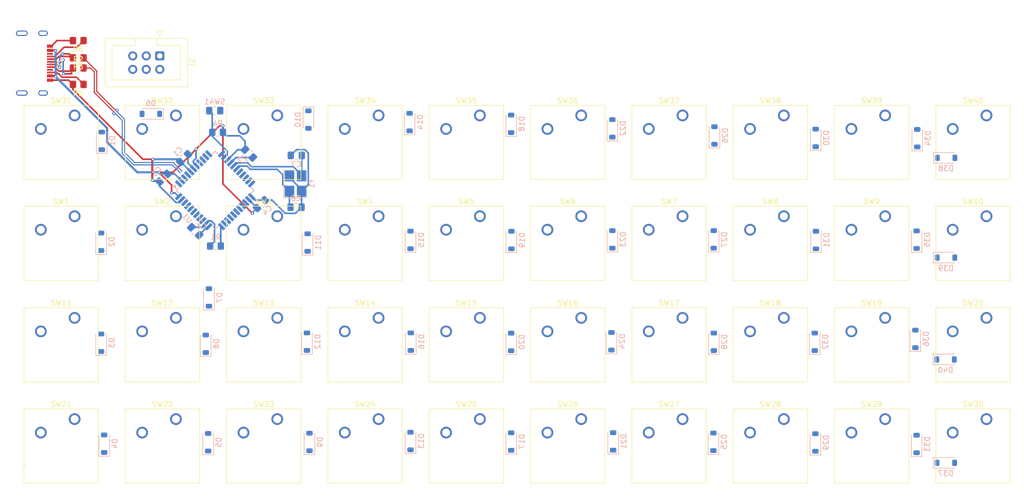
<source format=kicad_pcb>
(kicad_pcb (version 20240108) (generator "pcbnew") (generator_version "8.0")
  (layers (0 "F.Cu" signal) (31 "B.Cu" signal) (34 "B.Paste" user) (35 "F.Paste" user) (36 "B.SilkS" user "B.Silkscreen") (37 "F.SilkS" user "F.Silkscreen") (38 "B.Mask" user) (39 "F.Mask" user) (44 "Edge.Cuts" user))
  (net 0 "")
  (net 1 "Net-(U1-UCAP)")
  (net 2 "Net-(U1-XTAL1)")
  (net 3 "Net-(U1-XTAL2)")
  (net 4 "GND")
  (net 5 "COL8")
  (net 6 "Net-(U1-~{HWB}{slash}PE2)")
  (net 7 "COL1")
  (net 8 "COL10")
  (net 9 "COL5")
  (net 10 "COL9")
  (net 11 "D+")
  (net 12 "COL3")
  (net 13 "COL4")
  (net 14 "COL2")
  (net 15 "ROW2")
  (net 16 "COL7")
  (net 17 "+5V")
  (net 18 "ROW4")
  (net 19 "COL6")
  (net 20 "ROW3")
  (net 21 "Net-(D2-A)")
  (net 22 "Net-(D7-A)")
  (net 23 "Net-(D11-A)")
  (net 24 "ROW1")
  (net 25 "Net-(D15-A)")
  (net 26 "Net-(D19-A)")
  (net 27 "Net-(D23-A)")
  (net 28 "Net-(D27-A)")
  (net 29 "Net-(D31-A)")
  (net 30 "Net-(D35-A)")
  (net 31 "Net-(D39-A)")
  (net 32 "Net-(D3-A)")
  (net 33 "Net-(D8-A)")
  (net 34 "Net-(D12-A)")
  (net 35 "Net-(D16-A)")
  (net 36 "Net-(D20-A)")
  (net 37 "Net-(D24-A)")
  (net 38 "Net-(D28-A)")
  (net 39 "Net-(D32-A)")
  (net 40 "Net-(D36-A)")
  (net 41 "Net-(D40-A)")
  (net 42 "Net-(D4-A)")
  (net 43 "Net-(D5-A)")
  (net 44 "Net-(D9-A)")
  (net 45 "Net-(D13-A)")
  (net 46 "Net-(D17-A)")
  (net 47 "Net-(D21-A)")
  (net 48 "Net-(D25-A)")
  (net 49 "Net-(D29-A)")
  (net 50 "Net-(D33-A)")
  (net 51 "Net-(D37-A)")
  (net 52 "Net-(D1-A)")
  (net 53 "Net-(D6-A)")
  (net 54 "Net-(D10-A)")
  (net 55 "Net-(D14-A)")
  (net 56 "Net-(D18-A)")
  (net 57 "Net-(D22-A)")
  (net 58 "Net-(D26-A)")
  (net 59 "Net-(D30-A)")
  (net 60 "Net-(D34-A)")
  (net 61 "Net-(D38-A)")
  (net 62 "D-")
  (net 63 "Net-(U1-~{RESET})")
  (net 64 "Net-(J1-CC2)")
  (net 65 "Net-(J1-CC1)")
  (net 73 "MISO")
  (net 80 "SS")
  (net 85 "MOSI")
  (net 89 "SCK")
  (net 92 "UD+")
  (net 93 "UD-")
  (footprint "Button_Switch_Keyboard:SW_Cherry_MX_1.00u_PCB" (layer "F.Cu") (at 198.12 109.14)
    (property "Reference" "SW7")
    (property "Value" "SW_SPST")
  )
  (footprint "Button_Switch_Keyboard:SW_Cherry_MX_1.00u_PCB" (layer "F.Cu") (at 217.17 147.32)
    (property "Reference" "SW28")
    (property "Value" "SW_SPST")
  )
  (footprint "Button_Switch_Keyboard:SW_Cherry_MX_1.00u_PCB" (layer "F.Cu") (at 160.02 109.14)
    (property "Reference" "SW5")
    (property "Value" "SW_SPST")
  )
  (footprint "Button_Switch_Keyboard:SW_Cherry_MX_1.00u_PCB" (layer "F.Cu") (at 236.22 90.17)
    (property "Reference" "SW39")
    (property "Value" "SW_SPST")
  )
  (footprint "Button_Switch_Keyboard:SW_Cherry_MX_1.00u_PCB" (layer "F.Cu") (at 198.12 147.32)
    (property "Reference" "SW27")
    (property "Value" "SW_SPST")
  )
  (footprint "Button_Switch_Keyboard:SW_Cherry_MX_1.00u_PCB" (layer "F.Cu") (at 102.87 90.17)
    (property "Reference" "SW32")
    (property "Value" "SW_SPST")
  )
  (footprint "Button_Switch_Keyboard:SW_Cherry_MX_1.00u_PCB" (layer "F.Cu") (at 160.02 147.32)
    (property "Reference" "SW25")
    (property "Value" "SW_SPST")
  )
  (footprint "Button_Switch_Keyboard:SW_Cherry_MX_1.00u_PCB" (layer "F.Cu") (at 198.12 90.17)
    (property "Reference" "SW37")
    (property "Value" "SW_SPST")
  )
  (footprint "Button_Switch_Keyboard:SW_Cherry_MX_1.00u_PCB" (layer "F.Cu") (at 236.22 109.14)
    (property "Reference" "SW9")
    (property "Value" "SW_SPST")
  )
  (footprint "Button_Switch_Keyboard:SW_Cherry_MX_1.00u_PCB" (layer "F.Cu") (at 179.07 128.27)
    (property "Reference" "SW16")
    (property "Value" "SW_SPST")
  )
  (footprint "Button_Switch_Keyboard:SW_Cherry_MX_1.00u_PCB" (layer "F.Cu") (at 255.27 109.14)
    (property "Reference" "SW10")
    (property "Value" "SW_SPST")
  )
  (footprint "Button_Switch_Keyboard:SW_Cherry_MX_1.00u_PCB" (layer "F.Cu") (at 140.97 128.27)
    (property "Reference" "SW14")
    (property "Value" "SW_SPST")
  )
  (footprint "Button_Switch_Keyboard:SW_Cherry_MX_1.00u_PCB" (layer "F.Cu") (at 121.92 90.17)
    (property "Reference" "SW33")
    (property "Value" "SW_SPST")
  )
  (footprint "Button_Switch_Keyboard:SW_Cherry_MX_1.00u_PCB" (layer "F.Cu") (at 217.17 90.17)
    (property "Reference" "SW38")
    (property "Value" "SW_SPST")
  )
  (footprint "Button_Switch_Keyboard:SW_Cherry_MX_1.00u_PCB" (layer "F.Cu") (at 217.17 109.14)
    (property "Reference" "SW8")
    (property "Value" "SW_SPST")
  )
  (footprint "Button_Switch_Keyboard:SW_Cherry_MX_1.00u_PCB" (layer "F.Cu") (at 83.82 90.17)
    (property "Reference" "SW31")
    (property "Value" "SW_SPST")
  )
  (footprint "Button_Switch_Keyboard:SW_Cherry_MX_1.00u_PCB" (layer "F.Cu") (at 236.22 128.27)
    (property "Reference" "SW19")
    (property "Value" "SW_SPST")
  )
  (footprint "Button_Switch_Keyboard:SW_Cherry_MX_1.00u_PCB" (layer "F.Cu") (at 198.12 128.27)
    (property "Reference" "SW17")
    (property "Value" "SW_SPST")
  )
  (footprint "Button_Switch_Keyboard:SW_Cherry_MX_1.00u_PCB" (layer "F.Cu") (at 83.82 128.27)
    (property "Reference" "SW11")
    (property "Value" "SW_SPST")
  )
  (footprint "Button_Switch_Keyboard:SW_Cherry_MX_1.00u_PCB" (layer "F.Cu") (at 255.27 128.27)
    (property "Reference" "SW20")
    (property "Value" "SW_SPST")
  )
  (footprint "Button_Switch_Keyboard:SW_Cherry_MX_1.00u_PCB" (layer "F.Cu") (at 121.92 128.27)
    (property "Reference" "SW13")
    (property "Value" "SW_SPST")
  )
  (footprint "Button_Switch_Keyboard:SW_Cherry_MX_1.00u_PCB" (layer "F.Cu") (at 255.27 147.32)
    (property "Reference" "SW30")
    (property "Value" "SW_SPST")
  )
  (footprint "Button_Switch_Keyboard:SW_Cherry_MX_1.00u_PCB" (layer "F.Cu") (at 102.87 109.14)
    (property "Reference" "SW2")
    (property "Value" "SW_SPST")
  )
  (footprint "Button_Switch_Keyboard:SW_Cherry_MX_1.00u_PCB" (layer "F.Cu") (at 140.97 109.14)
    (property "Reference" "SW4")
    (property "Value" "SW_SPST")
  )
  (footprint "Button_Switch_Keyboard:SW_Cherry_MX_1.00u_PCB" (layer "F.Cu") (at 83.82 147.32)
    (property "Reference" "SW21")
    (property "Value" "SW_SPST")
  )
  (footprint "Connector_IDC:IDC-Header_2x03_P2.54mm_Vertical" (layer "F.Cu") (at 99.83 78.96 -90)
    (property "Reference" "J2")
    (property "Value" "AVR-ISP-6")
  )
  (footprint "Button_Switch_Keyboard:SW_Cherry_MX_1.00u_PCB" (layer "F.Cu") (at 102.87 128.27)
    (property "Reference" "SW12")
    (property "Value" "SW_SPST")
  )
  (footprint "Button_Switch_Keyboard:SW_Cherry_MX_1.00u_PCB" (layer "F.Cu") (at 121.92 109.14)
    (property "Reference" "SW3")
    (property "Value" "SW_SPST")
  )
  (footprint "Button_Switch_Keyboard:SW_Cherry_MX_1.00u_PCB" (layer "F.Cu") (at 140.97 90.17)
    (property "Reference" "SW34")
    (property "Value" "SW_SPST")
  )
  (footprint "Button_Switch_Keyboard:SW_Cherry_MX_1.00u_PCB" (layer "F.Cu") (at 179.07 109.14)
    (property "Reference" "SW6")
    (property "Value" "SW_SPST")
  )
  (footprint "Button_Switch_Keyboard:SW_Cherry_MX_1.00u_PCB" (layer "F.Cu") (at 179.07 147.32)
    (property "Reference" "SW26")
    (property "Value" "SW_SPST")
  )
  (footprint "Button_Switch_Keyboard:SW_Cherry_MX_1.00u_PCB" (layer "F.Cu") (at 160.02 90.17)
    (property "Reference" "SW35")
    (property "Value" "SW_SPST")
  )
  (footprint "Button_Switch_Keyboard:SW_Cherry_MX_1.00u_PCB" (layer "F.Cu") (at 160.02 128.27)
    (property "Reference" "SW15")
    (property "Value" "SW_SPST")
  )
  (footprint "Resistor_SMD:R_0805_2012Metric_Pad1.20x1.40mm_HandSolder" (layer "F.Cu") (at 84.5 84.33 180)
    (property "Reference" "R5")
    (property "Value" "5.1kR")
  )
  (footprint "Button_Switch_Keyboard:SW_Cherry_MX_1.00u_PCB" (layer "F.Cu") (at 236.22 147.32)
    (property "Reference" "SW29")
    (property "Value" "SW_SPST")
  )
  (footprint "Button_Switch_Keyboard:SW_Cherry_MX_1.00u_PCB" (layer "F.Cu") (at 255.27 90.17)
    (property "Reference" "SW40")
    (property "Value" "SW_SPST")
  )
  (footprint "Button_Switch_Keyboard:SW_Cherry_MX_1.00u_PCB" (layer "F.Cu") (at 179.07 90.17)
    (property "Reference" "SW36")
    (property "Value" "SW_SPST")
  )
  (footprint "Resistor_SMD:R_0805_2012Metric_Pad1.20x1.40mm_HandSolder" (layer "F.Cu") (at 84.5 79.33 180)
    (property "Reference" "R3")
    (property "Value" "22")
  )
  (footprint "Button_Switch_Keyboard:SW_Cherry_MX_1.00u_PCB" (layer "F.Cu") (at 121.92 147.32)
    (property "Reference" "SW23")
    (property "Value" "SW_SPST")
  )
  (footprint "Resistor_SMD:R_0805_2012Metric_Pad1.20x1.40mm_HandSolder" (layer "F.Cu") (at 84.5 81.24)
    (property "Reference" "R2")
    (property "Value" "22")
  )
  (footprint "Type-C:HRO-TYPE-C-31-M-13" (layer "F.Cu") (at 71.7875 80.33 -90)
    (property "Reference" "J1")
    (property "Value" "USB_C_Receptacle_USB2.0_14P")
  )
  (footprint "Button_Switch_Keyboard:SW_Cherry_MX_1.00u_PCB" (layer "F.Cu") (at 83.82 109.14)
    (property "Reference" "SW1")
    (property "Value" "SW_SPST")
  )
  (footprint "Button_Switch_Keyboard:SW_Cherry_MX_1.00u_PCB" (layer "F.Cu") (at 102.87 147.32)
    (property "Reference" "SW22")
    (property "Value" "SW_SPST")
  )
  (footprint "Button_Switch_Keyboard:SW_Cherry_MX_1.00u_PCB" (layer "F.Cu") (at 140.97 147.32)
    (property "Reference" "SW24")
    (property "Value" "SW_SPST")
  )
  (footprint "Button_Switch_Keyboard:SW_Cherry_MX_1.00u_PCB" (layer "F.Cu") (at 217.17 128.27)
    (property "Reference" "SW18")
    (property "Value" "SW_SPST")
  )
  (footprint "Resistor_SMD:R_0805_2012Metric_Pad1.20x1.40mm_HandSolder" (layer "F.Cu") (at 84.5 76.08 180)
    (property "Reference" "R6")
    (property "Value" "5.1kR")
  )
  (footprint "Diode_SMD:D_SOD-123" (layer "B.Cu") (at 98.15 89.875 180)
    (property "Reference" "D6")
    (property "Value" "D_Small")
  )
  (footprint "Diode_SMD:D_SOD-123" (layer "B.Cu") (at 88.8 113.95 90)
    (property "Reference" "D2")
    (property "Value" "D_Small")
  )
  (footprint "Diode_SMD:D_SOD-123" (layer "B.Cu") (at 247.575 136.1)
    (property "Reference" "D40")
    (property "Value" "D_Small")
  )
  (footprint "Capacitor_SMD:C_0805_2012Metric_Pad1.18x1.45mm_HandSolder" (layer "B.Cu") (at 110.1625 89.27 180)
    (property "Reference" "SW41")
    (property "Value" "SW_Push")
  )
  (footprint "Capacitor_SMD:C_0805_2012Metric_Pad1.18x1.45mm_HandSolder" (layer "B.Cu") (at 100.5 101.9 -135)
    (property "Reference" "C3")
    (property "Value" "0.1uF")
  )
  (footprint "Diode_SMD:D_SOD-123" (layer "B.Cu") (at 146.8 91.425 90)
    (property "Reference" "D14")
    (property "Value" "D_Small")
  )
  (footprint "Diode_SMD:D_SOD-123" (layer "B.Cu") (at 108.475 133.15 90)
    (property "Reference" "D8")
    (property "Value" "D_Small")
  )
  (footprint "Diode_SMD:D_SOD-123" (layer "B.Cu") (at 204 132.775 90)
    (property "Reference" "D28")
    (property "Value" "D_Small")
  )
  (footprint "Diode_SMD:D_SOD-123" (layer "B.Cu") (at 247.625 155.55)
    (property "Reference" "D37")
    (property "Value" "D_Small")
  )
  (footprint "Diode_SMD:D_SOD-123" (layer "B.Cu") (at 223.1 151.725 90)
    (property "Reference" "D29")
    (property "Value" "D_Small")
  )
  (footprint "Diode_SMD:D_SOD-123" (layer "B.Cu") (at 146.975 151.45 90)
    (property "Reference" "D13")
    (property "Value" "D_Small")
  )
  (footprint "Diode_SMD:D_SOD-123" (layer "B.Cu") (at 203.925 151.6 90)
    (property "Reference" "D25")
    (property "Value" "D_Small")
  )
  (footprint "Diode_SMD:D_SOD-123" (layer "B.Cu") (at 222.975 132.775 90)
    (property "Reference" "D32")
    (property "Value" "D_Small")
  )
  (footprint "Diode_SMD:D_SOD-123" (layer "B.Cu") (at 165.9 132.8 90)
    (property "Reference" "D20")
    (property "Value" "D_Small")
  )
  (footprint "Diode_SMD:D_SOD-123" (layer "B.Cu") (at 146.975 113.6 90)
    (property "Reference" "D15")
    (property "Value" "D_Small")
  )
  (footprint "Capacitor_SMD:C_0805_2012Metric_Pad1.18x1.45mm_HandSolder" (layer "B.Cu") (at 116.6 97.35 -45)
    (property "Reference" "C5")
    (property "Value" "10uF")
  )
  (footprint "Diode_SMD:D_SOD-123" (layer "B.Cu") (at 247.675 98.15)
    (property "Reference" "D38")
    (property "Value" "D_Small")
  )
  (footprint "Capacitor_SMD:C_0805_2012Metric_Pad1.18x1.45mm_HandSolder" (layer "B.Cu") (at 125.46 107.44 180)
    (property "Reference" "C6")
    (property "Value" "22pF")
  )
  (footprint "Diode_SMD:D_SOD-123" (layer "B.Cu") (at 165.9 151.55 90)
    (property "Reference" "D17")
    (property "Value" "D_Small")
  )
  (footprint "Diode_SMD:D_SOD-123" (layer "B.Cu") (at 88.8 132.95 90)
    (property "Reference" "D3")
    (property "Value" "D_Small")
  )
  (footprint "Diode_SMD:D_SOD-123" (layer "B.Cu") (at 242.125 113.55 90)
    (property "Reference" "D35")
    (property "Value" "D_Small")
  )
  (footprint "Diode_SMD:D_SOD-123" (layer "B.Cu") (at 165.95 113.625 90)
    (property "Reference" "D19")
    (property "Value" "D_Small")
  )
  (footprint "Resistor_SMD:R_0805_2012Metric_Pad1.20x1.40mm_HandSolder" (layer "B.Cu") (at 110.3 114.75 180)
    (property "Reference" "R1")
    (property "Value" "10k")
  )
  (footprint "Diode_SMD:D_SOD-123" (layer "B.Cu") (at 184.925 113.5 90)
    (property "Reference" "D23")
    (property "Value" "D_Small")
  )
  (footprint "Capacitor_SMD:C_0805_2012Metric_Pad1.18x1.45mm_HandSolder" (layer "B.Cu") (at 106.5 111.95 135)
    (property "Reference" "C2")
    (property "Value" "0.1uF")
  )
  (footprint "Diode_SMD:D_SOD-123" (layer "B.Cu") (at 127.5 132.75 90)
    (property "Reference" "D12")
    (property "Value" "D_Small")
  )
  (footprint "Diode_SMD:D_SOD-123" (layer "B.Cu") (at 242.25 94.45 90)
    (property "Reference" "D34")
    (property "Value" "D_Small")
  )
  (footprint "Diode_SMD:D_SOD-123" (layer "B.Cu") (at 185.075 151.525 90)
    (property "Reference" "D21")
    (property "Value" "D_Small")
  )
  (footprint "Package_QFP:TQFP-44_10x10mm_P0.8mm" (layer "B.Cu") (at 110.25 104.25 -45)
    (property "Reference" "U1")
    (property "Value" "ATmega32U4-A")
  )
  (footprint "Diode_SMD:D_SOD-123" (layer "B.Cu") (at 247.65 116.925)
    (property "Reference" "D39")
    (property "Value" "D_Small")
  )
  (footprint "Diode_SMD:D_SOD-123" (layer "B.Cu") (at 89.375 151.95 90)
    (property "Reference" "D4")
    (property "Value" "D_Small")
  )
  (footprint "Diode_SMD:D_SOD-123" (layer "B.Cu") (at 88.925 94.95 90)
    (property "Reference" "D1")
    (property "Value" "D_Small")
  )
  (footprint "Capacitor_SMD:C_0805_2012Metric_Pad1.18x1.45mm_HandSolder" (layer "B.Cu") (at 104.4 98.2 -135)
    (property "Reference" "C1")
    (property "Value" "1uF")
  )
  (footprint "Diode_SMD:D_SOD-123" (layer "B.Cu") (at 223.2 113.625 90)
    (property "Reference" "D31")
    (property "Value" "D_Small")
  )
  (footprint "Diode_SMD:D_SOD-123" (layer "B.Cu") (at 184.925 92.6 90)
    (property "Reference" "D22")
    (property "Value" "D_Small")
  )
  (footprint "Diode_SMD:D_SOD-123" (layer "B.Cu") (at 109.075 124.425 90)
    (property "Reference" "D7")
    (property "Value" "D_Small")
  )
  (footprint "Diode_SMD:D_SOD-123" (layer "B.Cu") (at 223.15 94.4 90)
    (property "Reference" "D30")
    (property "Value" "D_Small")
  )
  (footprint "Diode_SMD:D_SOD-123" (layer "B.Cu") (at 204.125 93.95 90)
    (property "Reference" "D26")
    (property "Value" "D_Small")
  )
  (footprint "Diode_SMD:D_SOD-123" (layer "B.Cu") (at 184.75 132.675 90)
    (property "Reference" "D24")
    (property "Value" "D_Small")
  )
  (footprint "Diode_SMD:D_SOD-123" (layer "B.Cu") (at 241.9 132.225 90)
    (property "Reference" "D36")
    (property "Value" "D_Small")
  )
  (footprint "Diode_SMD:D_SOD-123" (layer "B.Cu") (at 147.025 132.75 90)
    (property "Reference" "D16")
    (property "Value" "D_Small")
  )
  (footprint "Diode_SMD:D_SOD-123" (layer "B.Cu") (at 127.625 114.1 90)
    (property "Reference" "D11")
    (property "Value" "D_Small")
  )
  (footprint "Diode_SMD:D_SOD-123" (layer "B.Cu") (at 127.975 151.625 90)
    (property "Reference" "D9")
    (property "Value" "D_Small")
  )
  (footprint "Diode_SMD:D_SOD-123" (layer "B.Cu") (at 242.125 152 90)
    (property "Reference" "D33")
    (property "Value" "D_Small")
  )
  (footprint "Diode_SMD:D_SOD-123" (layer "B.Cu") (at 127.775 90.95 -90)
    (property "Reference" "D10")
    (property "Value" "D_Small")
  )
  (footprint "Resistor_SMD:R_0805_2012Metric_Pad1.20x1.40mm_HandSolder" (layer "B.Cu") (at 110.7 93.35 180)
    (property "Reference" "R4")
    (property "Value" "10k")
  )
  (footprint "Diode_SMD:D_SOD-123" (layer "B.Cu") (at 108.925 151.675 90)
    (property "Reference" "D5")
    (property "Value" "D_Small")
  )
  (footprint "Capacitor_SMD:C_0805_2012Metric_Pad1.18x1.45mm_HandSolder" (layer "B.Cu") (at 118.85 106.85 45)
    (property "Reference" "C4")
    (property "Value" "0.1uF")
  )
  (footprint "Diode_SMD:D_SOD-123" (layer "B.Cu") (at 203.975 113.5 90)
    (property "Reference" "D27")
    (property "Value" "D_Small")
  )
  (footprint "Crystal:Crystal_SMD_3225-4Pin_3.2x2.5mm_HandSoldering" (layer "B.Cu") (at 125.36 102.99 90)
    (property "Reference" "Y1")
    (property "Value" "Crystal_GND24_Small")
  )
  (footprint "Diode_SMD:D_SOD-123" (layer "B.Cu") (at 165.9 91.75 90)
    (property "Reference" "D18")
    (property "Value" "D_Small")
  )
  (footprint "Capacitor_SMD:C_0805_2012Metric_Pad1.18x1.45mm_HandSolder" (layer "B.Cu") (at 125.4975 97.69)
    (property "Reference" "C7")
    (property "Value" "22pF")
  )
  (gr_line (start 74 156) (end 75 156) (stroke (width 0.05)) (layer "Edge.Cuts"))
  (segment (start 105.133623 97.466377) (end 105.133623 99.133623) (width 0.3) (layer "B.Cu") (net 1))
  (segment (start 105.133623 99.133623) (end 106.219491 100.219491) (width 0.3) (layer "B.Cu") (net 1))
  (segment (start 124.21 107.2275) (end 124.4225 107.44) (width 0.3) (layer "B.Cu") (net 2))
  (segment (start 116.855939 100.313045) (end 116.253287 99.710393) (width 0.3) (layer "B.Cu") (net 2))
  (segment (start 122.96 101.36) (end 121.913045 100.313045) (width 0.3) (layer "B.Cu") (net 2))
  (segment (start 124.21 104.44) (end 124.21 107.2275) (width 0.3) (layer "B.Cu") (net 2))
  (segment (start 124.21 104.44) (end 122.96 103.19) (width 0.3) (layer "B.Cu") (net 2))
  (segment (start 116.253287 99.710393) (end 114.789607 99.710393) (width 0.3) (layer "B.Cu") (net 2))
  (segment (start 122.96 103.19) (end 122.96 101.36) (width 0.3) (layer "B.Cu") (net 2))
  (segment (start 114.789607 99.710393) (end 114.280509 100.219491) (width 0.3) (layer "B.Cu") (net 2))
  (segment (start 121.913045 100.313045) (end 116.855939 100.313045) (width 0.3) (layer "B.Cu") (net 2))
  (segment (start 116.35 99.1) (end 114.268629 99.1) (width 0.3) (layer "B.Cu") (net 3))
  (segment (start 124.933045 99.813045) (end 117.063045 99.813045) (width 0.3) (layer "B.Cu") (net 3))
  (segment (start 126.51 101.54) (end 126.51 101.39) (width 0.3) (layer "B.Cu") (net 3))
  (segment (start 126.51 101.54) (end 126.51 97.715) (width 0.3) (layer "B.Cu") (net 3))
  (segment (start 114.268629 99.1) (end 113.714823 99.653806) (width 0.3) (layer "B.Cu") (net 3))
  (segment (start 126.51 97.715) (end 126.535 97.69) (width 0.3) (layer "B.Cu") (net 3))
  (segment (start 117.063045 99.813045) (end 116.35 99.1) (width 0.3) (layer "B.Cu") (net 3))
  (segment (start 126.51 101.39) (end 124.933045 99.813045) (width 0.3) (layer "B.Cu") (net 3))
  (segment (start 98.425 98.52097) (end 98.525 98.42097) (width 0.4) (layer "F.Cu") (net 4))
  (segment (start 79.1875 77.13) (end 79.45 77.13) (width 0.3) (layer "F.Cu") (net 4))
  (segment (start 98.425 102.35) (end 98.425 98.52097) (width 0.4) (layer "F.Cu") (net 4))
  (segment (start 79.1875 83.53) (end 82.7 83.53) (width 0.3) (layer "F.Cu") (net 4))
  (segment (start 82.7 83.53) (end 83.5 84.33) (width 0.3) (layer "F.Cu") (net 4))
  (segment (start 80.5 76.08) (end 83.5 76.08) (width 0.3) (layer "F.Cu") (net 4))
  (segment (start 96.653203 98.42097) (end 98.525 98.42097) (width 0.3) (layer "F.Cu") (net 4))
  (segment (start 83.5 85.267767) (end 96.653203 98.42097) (width 0.3) (layer "F.Cu") (net 4))
  (segment (start 83.5 84.33) (end 83.5 85.267767) (width 0.3) (layer "F.Cu") (net 4))
  (segment (start 79.45 77.13) (end 80.5 76.08) (width 0.3) (layer "F.Cu") (net 4))
  (via (at 98.525 98.42097) (size 0.6) (drill 0.3) (layers "F.Cu" "B.Cu") (net 4))
  (via (at 98.425 102.35) (size 0.6) (drill 0.3) (layers "F.Cu" "B.Cu") (net 4))
  (segment (start 119.583623 106.116377) (end 117.773231 106.116377) (width 0.3) (layer "B.Cu") (net 4))
  (segment (start 103.802252 98.933623) (end 105.653806 100.785177) (width 0.3) (layer "B.Cu") (net 4))
  (segment (start 124.21 97.94) (end 124.46 97.69) (width 0.3) (layer "B.Cu") (net 4))
  (segment (start 109.3 114.75) (end 110.122702 113.927298) (width 0.3) (layer "B.Cu") (net 4))
  (segment (start 109.494618 110) (end 109.025483 110) (width 0.3) (layer "B.Cu") (net 4))
  (segment (start 117.333623 98.083623) (end 114.153635 98.083623) (width 0.3) (layer "B.Cu") (net 4))
  (segment (start 107.809106 111.216377) (end 108.482233 110.54325) (width 0.3) (layer "B.Cu") (net 4))
  (segment (start 99.766377 102.633623) (end 99.607754 102.475) (width 0.4) (layer "B.Cu") (net 4))
  (segment (start 123.43061 108.6) (end 125.3375 108.6) (width 0.3) (layer "B.Cu") (net 4))
  (segment (start 125.55 96.6) (end 124.46 97.69) (width 0.3) (layer "B.Cu") (net 4))
  (segment (start 105.766377 111.216377) (end 107.809106 111.216377) (width 0.3) (layer "B.Cu") (net 4))
  (segment (start 110.122702 113.927298) (end 110.122702 110.628084) (width 0.3) (layer "B.Cu") (net 4))
  (segment (start 99.766377 103.443705) (end 102.872672 106.55) (width 0.3) (layer "B.Cu") (net 4))
  (segment (start 120.946987 106.116377) (end 123.43061 108.6) (width 0.3) (layer "B.Cu") (net 4))
  (segment (start 126.4975 107.44) (end 126.4975 104.4525) (width 0.3) (layer "B.Cu") (net 4))
  (segment (start 98.525 98.42097) (end 103.153724 98.42097) (width 0.4) (layer "B.Cu") (net 4))
  (segment (start 99.607754 102.475) (end 98.55 102.475) (width 0.4) (layer "B.Cu") (net 4))
  (segment (start 127.112956 96.6) (end 125.55 96.6) (width 0.3) (layer "B.Cu") (net 4))
  (segment (start 117.773231 106.116377) (end 117.108936 105.452082) (width 0.3) (layer "B.Cu") (net 4))
  (segment (start 127.76 97.247044) (end 127.112956 96.6) (width 0.3) (layer "B.Cu") (net 4))
  (segment (start 125.3375 108.6) (end 126.4975 107.44) (width 0.3) (layer "B.Cu") (net 4))
  (segment (start 103.424517 106.55) (end 103.95675 106.017767) (width 0.3) (layer "B.Cu") (net 4))
  (segment (start 98.425 102.35) (end 98.375 102.3) (width 0.4) (layer "B.Cu") (net 4))
  (segment (start 127.76 103.19) (end 127.76 97.247044) (width 0.3) (layer "B.Cu") (net 4))
  (segment (start 114.153635 98.083623) (end 113.149138 99.08812) (width 0.3) (layer "B.Cu") (net 4))
  (segment (start 110.122702 110.628084) (end 109.494618 110) (width 0.3) (layer "B.Cu") (net 4))
  (segment (start 126.51 104.16) (end 126.51 104.44) (width 0.3) (layer "B.Cu") (net 4))
  (segment (start 126.4975 104.4525) (end 126.51 104.44) (width 0.3) (layer "B.Cu") (net 4))
  (segment (start 103.153724 98.42097) (end 103.666377 98.933623) (width 0.4) (layer "B.Cu") (net 4))
  (segment (start 98.55 102.475) (end 98.425 102.35) (width 0.4) (layer "B.Cu") (net 4))
  (segment (start 124.21 101.86) (end 126.51 104.16) (width 0.3) (layer "B.Cu") (net 4))
  (segment (start 109.025483 110) (end 108.482233 110.54325) (width 0.3) (layer "B.Cu") (net 4))
  (segment (start 126.51 104.44) (end 127.76 103.19) (width 0.3) (layer "B.Cu") (net 4))
  (segment (start 124.21 101.99) (end 124.21 101.54) (width 0.3) (layer "B.Cu") (net 4))
  (segment (start 99.766377 102.633623) (end 99.766377 103.443705) (width 0.3) (layer "B.Cu") (net 4))
  (segment (start 119.583623 106.116377) (end 120.946987 106.116377) (width 0.3) (layer "B.Cu") (net 4))
  (segment (start 102.872672 106.55) (end 103.424517 106.55) (width 0.3) (layer "B.Cu") (net 4))
  (segment (start 103.666377 98.933623) (end 103.802252 98.933623) (width 0.3) (layer "B.Cu") (net 4))
  (segment (start 124.21 101.54) (end 124.21 101.86) (width 0.3) (layer "B.Cu") (net 4))
  (segment (start 99.607754 102.475) (end 99.5 102.475) (width 0.4) (layer "B.Cu") (net 4))
  (segment (start 111.3 111.261018) (end 111.452082 111.108936) (width 0.3) (layer "B.Cu") (net 6))
  (segment (start 111.3 114.75) (end 111.3 111.261018) (width 0.3) (layer "B.Cu") (net 6))
  (segment (start 79.1875 80.08) (end 81.31587 80.08) (width 0.3) (layer "F.Cu") (net 11))
  (segment (start 79.1875 81.08) (end 80.1125 81.08) (width 0.3) (layer "F.Cu") (net 11))
  (segment (start 83.25 82.33) (end 83.25 81.49) (width 0.3) (layer "F.Cu") (net 11))
  (segment (start 80.8625 81.83) (end 82.91 81.83) (width 0.3) (layer "F.Cu") (net 11))
  (segment (start 82.91 81.83) (end 83.5 81.24) (width 0.3) (layer "F.Cu") (net 11))
  (segment (start 80.1125 81.08) (end 80.8625 81.83) (width 0.3) (layer "F.Cu") (net 11))
  (segment (start 81.75 82.33) (end 83.25 82.33) (width 0.3) (layer "F.Cu") (net 11))
  (segment (start 83.25 81.49) (end 83.5 81.24) (width 0.3) (layer "F.Cu") (net 11))
  (segment (start 81.31587 80.08) (end 81.66587 79.73) (width 0.3) (layer "F.Cu") (net 11))
  (via (at 81.66587 79.73) (size 0.6) (drill 0.3) (layers "F.Cu" "B.Cu") (net 11))
  (via (at 81.75 82.33) (size 0.6) (drill 0.3) (layers "F.Cu" "B.Cu") (net 11))
  (segment (start 81.66587 82.24587) (end 81.75 82.33) (width 0.3) (layer "B.Cu") (net 11))
  (segment (start 81.66587 79.73) (end 81.66587 82.24587) (width 0.3) (layer "B.Cu") (net 11))
  (segment (start 102.3 100.875) (end 106.65 96.525) (width 0.3) (layer "F.Cu") (net 17))
  (segment (start 80.188478 77.93) (end 79.1875 77.93) (width 0.4) (layer "F.Cu") (net 17))
  (segment (start 79.1875 82.73) (end 80.1 82.73) (width 0.4) (layer "F.Cu") (net 17))
  (segment (start 111.075 92.1) (end 111.7 92.1) (width 0.3) (layer "F.Cu") (net 17))
  (segment (start 99.65 100.875) (end 102.05 103.275) (width 0.3) (layer "F.Cu") (net 17))
  (segment (start 111.7 103.05) (end 117.25 108.6) (width 0.3) (layer "F.Cu") (net 17))
  (segment (start 99.65 100.875) (end 102.3 100.875) (width 0.3) (layer "F.Cu") (net 17))
  (segment (start 102.05 103.275) (end 102.05 104.75) (width 0.3) (layer "F.Cu") (net 17))
  (segment (start 106.65 96.525) (end 111.075 92.1) (width 0.3) (layer "F.Cu") (net 17))
  (segment (start 80.25 77.991522) (end 80.188478 77.93) (width 0.4) (layer "F.Cu") (net 17))
  (segment (start 80.1 82.73) (end 80.25 82.88) (width 0.4) (layer "F.Cu") (net 17))
  (segment (start 111.7 92.1) (end 111.7 103.05) (width 0.3) (layer "F.Cu") (net 17))
  (via (at 80.25 82.88) (size 0.6) (drill 0.3) (layers "F.Cu" "B.Cu") (net 17))
  (via (at 117.25 108.6) (size 0.6) (drill 0.3) (layers "F.Cu" "B.Cu") (net 17))
  (via (at 106.65 96.525) (size 0.6) (drill 0.3) (layers "F.Cu" "B.Cu") (net 17))
  (via (at 99.65 100.875) (size 0.6) (drill 0.3) (layers "F.Cu" "B.Cu") (net 17))
  (via (at 80.25 77.991522) (size 0.6) (drill 0.3) (layers "F.Cu" "B.Cu") (net 17))
  (via (at 102.05 104.75) (size 0.6) (drill 0.3) (layers "F.Cu" "B.Cu") (net 17))
  (via (at 111.7 92.1) (size 0.6) (drill 0.3) (layers "F.Cu" "B.Cu") (net 17))
  (segment (start 115.866377 95.016377) (end 115.866377 96.616377) (width 0.3) (layer "B.Cu") (net 17))
  (segment (start 80.25 82.88) (end 89.925 92.555) (width 0.4) (layer "B.Cu") (net 17))
  (segment (start 102.640894 101.166377) (end 103.95675 102.482233) (width 0.3) (layer "B.Cu") (net 17))
  (segment (start 95.599694 100.875) (end 99.65 100.875) (width 0.4) (layer "B.Cu") (net 17))
  (segment (start 101.233623 101.166377) (end 102.640894 101.166377) (width 0.3) (layer "B.Cu") (net 17))
  (segment (start 102.05 104.75) (end 102.688982 104.75) (width 0.3) (layer "B.Cu") (net 17))
  (segment (start 116.550521 106.017767) (end 118.116377 107.583623) (width 0.3) (layer "B.Cu") (net 17))
  (segment (start 116.54325 106.017767) (end 116.550521 106.017767) (width 0.3) (layer "B.Cu") (net 17))
  (segment (start 117.25 108.6) (end 117.25 108.45) (width 0.3) (layer "B.Cu") (net 17))
  (segment (start 114.85 94) (end 115.866377 95.016377) (width 0.3) (layer "B.Cu") (net 17))
  (segment (start 106.65 98.233346) (end 106.125 98.758346) (width 0.3) (layer "B.Cu") (net 17))
  (segment (start 99.941377 101.166377) (end 99.65 100.875) (width 0.3) (layer "B.Cu") (net 17))
  (segment (start 89.925 92.555) (end 89.925 95.200306) (width 0.4) (layer "B.Cu") (net 17))
  (segment (start 112.35 94) (end 114.85 94) (width 0.3) (layer "B.Cu") (net 17))
  (segment (start 106.125 98.758346) (end 106.125 98.993629) (width 0.3) (layer "B.Cu") (net 17))
  (segment (start 114.48951 96.616377) (end 112.583452 98.522435) (width 0.3) (layer "B.Cu") (net 17))
  (segment (start 106.125 98.993629) (end 106.785177 99.653806) (width 0.3) (layer "B.Cu") (net 17))
  (segment (start 108.80831 111.108936) (end 107.233623 112.683623) (width 0.3) (layer "B.Cu") (net 17))
  (segment (start 115.866377 96.616377) (end 114.48951 96.616377) (width 0.3) (layer "B.Cu") (net 17))
  (segment (start 80.25 77.991522) (end 80.25 82.88) (width 0.4) (layer "B.Cu") (net 17))
  (segment (start 106.65 96.525) (end 106.65 98.233346) (width 0.3) (layer "B.Cu") (net 17))
  (segment (start 102.688982 104.75) (end 103.391064 105.452082) (width 0.3) (layer "B.Cu") (net 17))
  (segment (start 101.233623 101.166377) (end 99.941377 101.166377) (width 0.3) (layer "B.Cu") (net 17))
  (segment (start 111.7 92.1) (end 111.7 93.35) (width 0.3) (layer "B.Cu") (net 17))
  (segment (start 109.047918 111.108936) (end 108.80831 111.108936) (width 0.3) (layer "B.Cu") (net 17))
  (segment (start 117.25 108.45) (end 118.116377 107.583623) (width 0.3) (layer "B.Cu") (net 17))
  (segment (start 89.925 95.200306) (end 95.599694 100.875) (width 0.4) (layer "B.Cu") (net 17))
  (segment (start 111.7 93.35) (end 112.35 94) (width 0.3) (layer "B.Cu") (net 17))
  (segment (start 83.25 79.08) (end 83.5 79.33) (width 0.3) (layer "F.Cu") (net 62))
  (segment (start 81.5 78.58) (end 82.75 78.58) (width 0.3) (layer "F.Cu") (net 62))
  (segment (start 79.1875 79.58) (end 80.3625 79.58) (width 0.3) (layer "F.Cu") (net 62))
  (segment (start 80.3625 79.58) (end 80.8625 79.08) (width 0.3) (layer "F.Cu") (net 62))
  (segment (start 80.53174 80.58) (end 81.01587 81.06413) (width 0.3) (layer "F.Cu") (net 62))
  (segment (start 80.8625 79.08) (end 83.25 79.08) (width 0.3) (layer "F.Cu") (net 62))
  (segment (start 82.75 78.58) (end 83.5 79.33) (width 0.3) (layer "F.Cu") (net 62))
  (segment (start 79.1875 80.58) (end 80.53174 80.58) (width 0.3) (layer "F.Cu") (net 62))
  (via (at 81.5 78.58) (size 0.6) (drill 0.3) (layers "F.Cu" "B.Cu") (net 62))
  (via (at 81.01587 81.06413) (size 0.6) (drill 0.3) (layers "F.Cu" "B.Cu") (net 62))
  (segment (start 81.01587 81.06413) (end 81.01587 79.06413) (width 0.3) (layer "B.Cu") (net 62))
  (segment (start 81.01587 79.06413) (end 81.5 78.58) (width 0.3) (layer "B.Cu") (net 62))
  (segment (start 112.526866 97.447651) (end 112.017767 97.95675) (width 0.3) (layer "B.Cu") (net 63))
  (segment (start 109.7 94.083346) (end 112.526866 96.910212) (width 0.3) (layer "B.Cu") (net 63))
  (segment (start 109.7 89.845) (end 109.125 89.27) (width 0.3) (layer "B.Cu") (net 63))
  (segment (start 109.7 93.35) (end 109.7 94.083346) (width 0.3) (layer "B.Cu") (net 63))
  (segment (start 112.526866 96.910212) (end 112.526866 97.447651) (width 0.3) (layer "B.Cu") (net 63))
  (segment (start 109.7 93.35) (end 109.7 89.845) (width 0.3) (layer "B.Cu") (net 63))
  (segment (start 80.83 82.33) (end 80.655393 82.33) (width 0.3) (layer "F.Cu") (net 64))
  (segment (start 84.15 82.98) (end 81.48 82.98) (width 0.3) (layer "F.Cu") (net 64))
  (segment (start 85.5 84.33) (end 84.15 82.98) (width 0.3) (layer "F.Cu") (net 64))
  (segment (start 80.655393 82.33) (end 80.405393 82.08) (width 0.3) (layer "F.Cu") (net 64))
  (segment (start 80.405393 82.08) (end 79.1875 82.08) (width 0.3) (layer "F.Cu") (net 64))
  (segment (start 81.48 82.98) (end 80.83 82.33) (width 0.3) (layer "F.Cu") (net 64))
  (segment (start 81.830761 77.33) (end 84.25 77.33) (width 0.3) (layer "F.Cu") (net 65))
  (segment (start 84.25 77.33) (end 85.5 76.08) (width 0.3) (layer "F.Cu") (net 65))
  (segment (start 79.1875 79.08) (end 80.080761 79.08) (width 0.3) (layer "F.Cu") (net 65))
  (segment (start 80.080761 79.08) (end 81.830761 77.33) (width 0.3) (layer "F.Cu") (net 65))
  (segment (start 87.525 85.843199) (end 91.199479 89.517678) (width 0.2) (layer "F.Cu") (net 92))
  (segment (start 86.773603 81.24) (end 87.525 81.991397) (width 0.2) (layer "F.Cu") (net 92))
  (segment (start 87.525 81.991397) (end 87.525 85.843199) (width 0.2) (layer "F.Cu") (net 92))
  (segment (start 85.5 81.24) (end 86.773603 81.24) (width 0.2) (layer "F.Cu") (net 92))
  (segment (start 91.199479 89.517678) (end 91.199479 89.800521) (width 0.2) (layer "F.Cu") (net 92))
  (via (at 91.199479 89.800521) (size 0.6) (drill 0.3) (layers "F.Cu" "B.Cu") (net 92))
  (segment (start 92.775 97.3432) (end 94.9068 99.475) (width 0.2) (layer "B.Cu") (net 92))
  (segment (start 94.9068 99.475) (end 102.161809 99.475) (width 0.2) (layer "B.Cu") (net 92))
  (segment (start 102.161809 99.475) (end 103.66137 100.974561) (width 0.2) (layer "B.Cu") (net 92))
  (segment (start 91.199479 89.800521) (end 91.482322 89.800521) (width 0.2) (layer "B.Cu") (net 92))
  (segment (start 91.482322 89.800521) (end 92.775 91.093199) (width 0.2) (layer "B.Cu") (net 92))
  (segment (start 92.775 91.093199) (end 92.775 97.3432) (width 0.2) (layer "B.Cu") (net 92))
  (segment (start 91.517678 89.199479) (end 91.800521 89.199479) (width 0.2) (layer "F.Cu") (net 93))
  (segment (start 85.5 79.33) (end 87.975 81.805) (width 0.2) (layer "F.Cu") (net 93))
  (segment (start 87.975 81.805) (end 87.975 85.656801) (width 0.2) (layer "F.Cu") (net 93))
  (segment (start 87.975 85.656801) (end 91.517678 89.199479) (width 0.2) (layer "F.Cu") (net 93))
  (via (at 91.800521 89.199479) (size 0.6) (drill 0.3) (layers "F.Cu" "B.Cu") (net 93))
  (segment (start 91.800521 89.199479) (end 91.800521 89.482322) (width 0.2) (layer "B.Cu") (net 93))
  (segment (start 102.348209 99.025) (end 103.97957 100.656361) (width 0.2) (layer "B.Cu") (net 93))
  (segment (start 95.0932 99.025) (end 102.348209 99.025) (width 0.2) (layer "B.Cu") (net 93))
  (segment (start 91.800521 89.482322) (end 93.225 90.906801) (width 0.2) (layer "B.Cu") (net 93))
  (segment (start 93.225 90.906801) (end 93.225 97.1568) (width 0.2) (layer "B.Cu") (net 93))
  (segment (start 93.225 97.1568) (end 95.0932 99.025) (width 0.2) (layer "B.Cu") (net 93))
)
</source>
